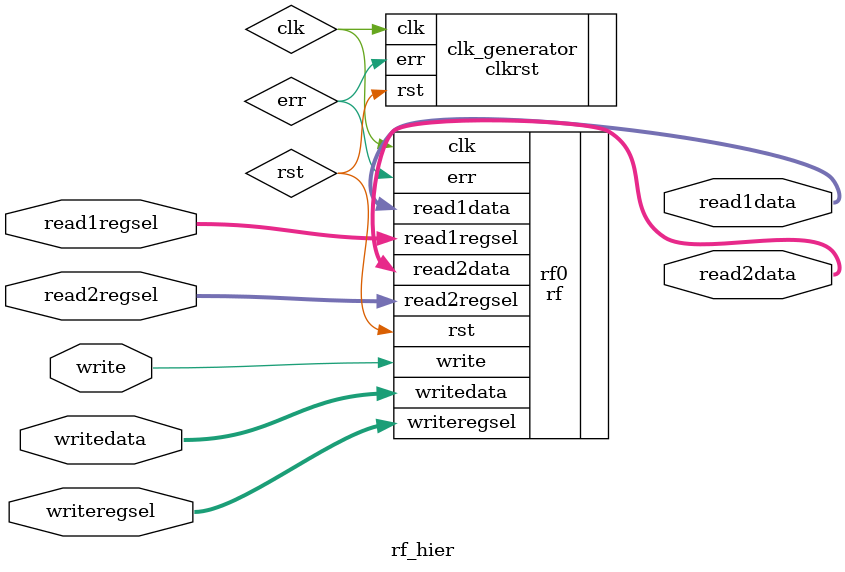
<source format=v>
module rf_hier (
                // Outputs
                read1data, read2data, 
                // Inputs
                read1regsel, read2regsel, writeregsel, writedata, write
                );
   input [2:0] read1regsel;
   input [2:0] read2regsel;
   input [2:0] writeregsel;
   input [15:0] writedata;
   input        write;

   output [15:0] read1data;
   output [15:0] read2data;

   wire          clk, rst;
   wire          err;
  

   // Ignore err for now
   clkrst clk_generator(.clk(clk), .rst(rst), .err(err) );
   rf rf0(
          // Outputs
          .read1data                    (read1data[15:0]),
          .read2data                    (read2data[15:0]),
          .err                          (err),
          // Inputs
          .clk                          (clk),
          .rst                          (rst),
          .read1regsel                  (read1regsel[2:0]),
          .read2regsel                  (read2regsel[2:0]),
          .writeregsel                  (writeregsel[2:0]),
          .writedata                    (writedata[15:0]),
          .write                        (write));

endmodule

</source>
